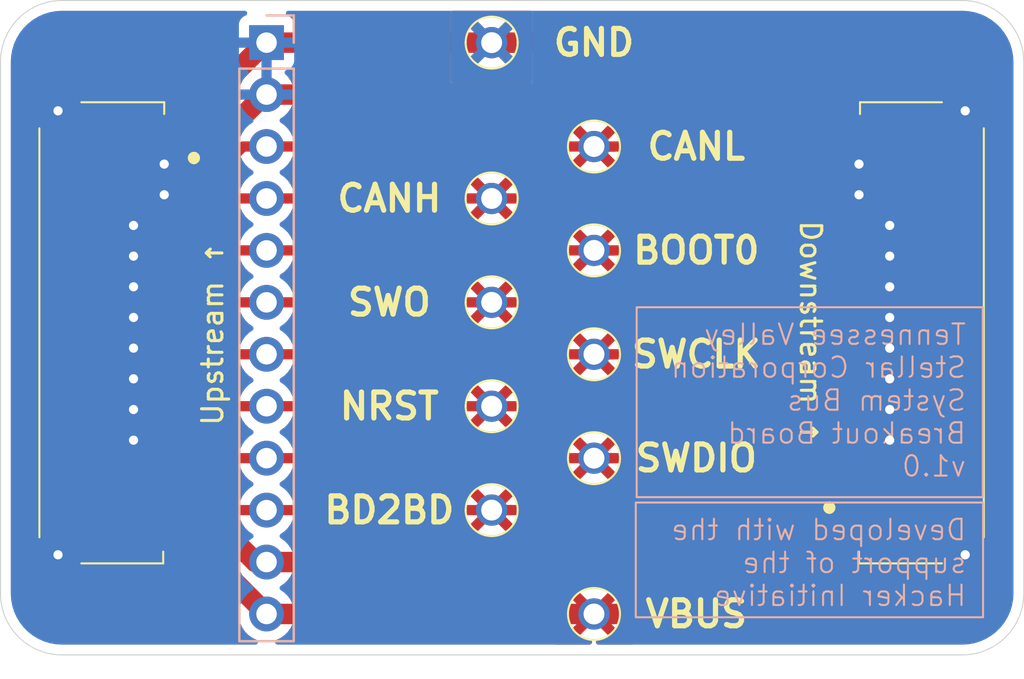
<source format=kicad_pcb>
(kicad_pcb (version 20240108) (generator "pcbnew") (generator_version "8.0")
  (layers (0 "F.Cu" signal) (31 "B.Cu" signal) (34 "B.Paste" user) (35 "F.Paste" user) (36 "B.SilkS" user "B.Silkscreen") (37 "F.SilkS" user "F.Silkscreen") (38 "B.Mask" user) (39 "F.Mask" user) (44 "Edge.Cuts" user))
  (property "PCB_VERSION" "1.0")
  (net 0 "")
  (net 1 "/SWCLK")
  (net 2 "/BOOT0")
  (net 3 "/CANH_UPSTREAM")
  (net 4 "/NRST")
  (net 5 "/CANL_UPSTREAM")
  (net 6 "VBUS")
  (net 7 "GND")
  (net 8 "/SWO")
  (net 9 "/SWDIO")
  (net 10 "/BD2BD")
  (footprint "footprints:Keystone_5000" (layer "F.Cu") (at 148.825 89.62)
    (property "Reference" "TP3" (hide yes))
    (property "Value" "CANL" (at 5 0 0) (layer "F.SilkS") (effects (font (size 1.27 1.27) (thickness 0.254))))
    (fp_line (start -1.27 0) (end -1.27 0) (stroke (width 0.1)) (layer "F.SilkS"))
    (fp_line (start 1.27 0) (end 1.27 0) (stroke (width 0.1)) (layer "F.SilkS"))
    (fp_arc (start -1.27 0) (mid 0 -1.27) (end 1.27 0) (stroke (width 0.1)) (layer "F.SilkS"))
    (fp_arc (start 1.27 0) (mid 0 1.27) (end -1.27 0) (stroke (width 0.1)) (layer "F.SilkS"))
    (pad "1" thru_hole circle (at 0 0) (size 1.53 1.53) (drill 1.02) (layers "*.Cu" "*.Mask" "In1.Cu" "In2.Cu" "In3.Cu" "In4.Cu" "In5.Cu" "In6.Cu" "In7.Cu" "In8.Cu" "In9.Cu" "In10.Cu" "In11.Cu" "In12.Cu" "In13.Cu" "In14.Cu" "In15.Cu" "In16.Cu" "In17.Cu" "In18.Cu" "In19.Cu" "In20.Cu" "In21.Cu" "In22.Cu" "In23.Cu" "In24.Cu" "In25.Cu" "In26.Cu" "In27.Cu" "In28.Cu" "In29.Cu" "In30.Cu") (net 5 "/CANL_UPSTREAM"))
  )
  (footprint "footprints:Keystone_5000" (layer "F.Cu") (at 143.825 107.4)
    (property "Reference" "TP10" (hide yes))
    (property "Value" "BD2BD" (at -5 0 0) (layer "F.SilkS") (effects (font (size 1.27 1.27) (thickness 0.254))))
    (fp_line (start -1.27 0) (end -1.27 0) (stroke (width 0.1)) (layer "F.SilkS"))
    (fp_line (start 1.27 0) (end 1.27 0) (stroke (width 0.1)) (layer "F.SilkS"))
    (fp_arc (start -1.27 0) (mid 0 -1.27) (end 1.27 0) (stroke (width 0.1)) (layer "F.SilkS"))
    (fp_arc (start 1.27 0) (mid 0 1.27) (end -1.27 0) (stroke (width 0.1)) (layer "F.SilkS"))
    (pad "1" thru_hole circle (at 0 0) (size 1.53 1.53) (drill 1.02) (layers "*.Cu" "*.Mask" "In1.Cu" "In2.Cu" "In3.Cu" "In4.Cu" "In5.Cu" "In6.Cu" "In7.Cu" "In8.Cu" "In9.Cu" "In10.Cu" "In11.Cu" "In12.Cu" "In13.Cu" "In14.Cu" "In15.Cu" "In16.Cu" "In17.Cu" "In18.Cu" "In19.Cu" "In20.Cu" "In21.Cu" "In22.Cu" "In23.Cu" "In24.Cu" "In25.Cu" "In26.Cu" "In27.Cu" "In28.Cu" "In29.Cu" "In30.Cu") (net 10 "/BD2BD"))
  )
  (footprint "footprints:Keystone_5000" (layer "F.Cu") (at 148.825 104.86)
    (property "Reference" "TP9" (hide yes))
    (property "Value" "SWDIO" (at 5 0 0) (layer "F.SilkS") (effects (font (size 1.27 1.27) (thickness 0.254))))
    (fp_line (start -1.27 0) (end -1.27 0) (stroke (width 0.1)) (layer "F.SilkS"))
    (fp_line (start 1.27 0) (end 1.27 0) (stroke (width 0.1)) (layer "F.SilkS"))
    (fp_arc (start -1.27 0) (mid 0 -1.27) (end 1.27 0) (stroke (width 0.1)) (layer "F.SilkS"))
    (fp_arc (start 1.27 0) (mid 0 1.27) (end -1.27 0) (stroke (width 0.1)) (layer "F.SilkS"))
    (pad "1" thru_hole circle (at 0 0) (size 1.53 1.53) (drill 1.02) (layers "*.Cu" "*.Mask" "In1.Cu" "In2.Cu" "In3.Cu" "In4.Cu" "In5.Cu" "In6.Cu" "In7.Cu" "In8.Cu" "In9.Cu" "In10.Cu" "In11.Cu" "In12.Cu" "In13.Cu" "In14.Cu" "In15.Cu" "In16.Cu" "In17.Cu" "In18.Cu" "In19.Cu" "In20.Cu" "In21.Cu" "In22.Cu" "In23.Cu" "In24.Cu" "In25.Cu" "In26.Cu" "In27.Cu" "In28.Cu" "In29.Cu" "In30.Cu") (net 9 "/SWDIO"))
  )
  (footprint "footprints:Keystone_5000" (layer "F.Cu") (at 148.825 99.78)
    (property "Reference" "TP7" (hide yes))
    (property "Value" "SWCLK" (at 5 0 0) (layer "F.SilkS") (effects (font (size 1.27 1.27) (thickness 0.254))))
    (fp_line (start -1.27 0) (end -1.27 0) (stroke (width 0.1)) (layer "F.SilkS"))
    (fp_line (start 1.27 0) (end 1.27 0) (stroke (width 0.1)) (layer "F.SilkS"))
    (fp_arc (start -1.27 0) (mid 0 -1.27) (end 1.27 0) (stroke (width 0.1)) (layer "F.SilkS"))
    (fp_arc (start 1.27 0) (mid 0 1.27) (end -1.27 0) (stroke (width 0.1)) (layer "F.SilkS"))
    (pad "1" thru_hole circle (at 0 0) (size 1.53 1.53) (drill 1.02) (layers "*.Cu" "*.Mask" "In1.Cu" "In2.Cu" "In3.Cu" "In4.Cu" "In5.Cu" "In6.Cu" "In7.Cu" "In8.Cu" "In9.Cu" "In10.Cu" "In11.Cu" "In12.Cu" "In13.Cu" "In14.Cu" "In15.Cu" "In16.Cu" "In17.Cu" "In18.Cu" "In19.Cu" "In20.Cu" "In21.Cu" "In22.Cu" "In23.Cu" "In24.Cu" "In25.Cu" "In26.Cu" "In27.Cu" "In28.Cu" "In29.Cu" "In30.Cu") (net 1 "/SWCLK"))
  )
  (footprint "footprints:Keystone_5000" (layer "F.Cu") (at 148.825 94.7)
    (property "Reference" "TP5" (hide yes))
    (property "Value" "BOOT0" (at 5 0 0) (layer "F.SilkS") (effects (font (size 1.27 1.27) (thickness 0.254))))
    (fp_line (start -1.27 0) (end -1.27 0) (stroke (width 0.1)) (layer "F.SilkS"))
    (fp_line (start 1.27 0) (end 1.27 0) (stroke (width 0.1)) (layer "F.SilkS"))
    (fp_arc (start -1.27 0) (mid 0 -1.27) (end 1.27 0) (stroke (width 0.1)) (layer "F.SilkS"))
    (fp_arc (start 1.27 0) (mid 0 1.27) (end -1.27 0) (stroke (width 0.1)) (layer "F.SilkS"))
    (pad "1" thru_hole circle (at 0 0) (size 1.53 1.53) (drill 1.02) (layers "*.Cu" "*.Mask" "In1.Cu" "In2.Cu" "In3.Cu" "In4.Cu" "In5.Cu" "In6.Cu" "In7.Cu" "In8.Cu" "In9.Cu" "In10.Cu" "In11.Cu" "In12.Cu" "In13.Cu" "In14.Cu" "In15.Cu" "In16.Cu" "In17.Cu" "In18.Cu" "In19.Cu" "In20.Cu" "In21.Cu" "In22.Cu" "In23.Cu" "In24.Cu" "In25.Cu" "In26.Cu" "In27.Cu" "In28.Cu" "In29.Cu" "In30.Cu") (net 2 "/BOOT0"))
  )
  (footprint "footprints:Keystone_5000" (layer "F.Cu") (at 143.825 84.54)
    (property "Reference" "TP1" (hide yes))
    (property "Value" "GND" (at 5 0 0) (layer "F.SilkS") (effects (font (size 1.27 1.27) (thickness 0.254))))
    (fp_line (start -1.27 0) (end -1.27 0) (stroke (width 0.1)) (layer "F.SilkS"))
    (fp_line (start 1.27 0) (end 1.27 0) (stroke (width 0.1)) (layer "F.SilkS"))
    (fp_arc (start -1.27 0) (mid 0 -1.27) (end 1.27 0) (stroke (width 0.1)) (layer "F.SilkS"))
    (fp_arc (start 1.27 0) (mid 0 1.27) (end -1.27 0) (stroke (width 0.1)) (layer "F.SilkS"))
    (pad "1" thru_hole circle (at 0 0) (size 1.53 1.53) (drill 1.02) (layers "*.Cu" "*.Mask" "In1.Cu" "In2.Cu" "In3.Cu" "In4.Cu" "In5.Cu" "In6.Cu" "In7.Cu" "In8.Cu" "In9.Cu" "In10.Cu" "In11.Cu" "In12.Cu" "In13.Cu" "In14.Cu" "In15.Cu" "In16.Cu" "In17.Cu" "In18.Cu" "In19.Cu" "In20.Cu" "In21.Cu" "In22.Cu" "In23.Cu" "In24.Cu" "In25.Cu" "In26.Cu" "In27.Cu" "In28.Cu" "In29.Cu" "In30.Cu") (net 7 "GND"))
  )
  (footprint "footprints:Bus Connector (Control)" (layer "F.Cu") (at 164.825 98.73 -90)
    (property "Reference" "J2" (hide yes))
    (property "Value" "Molex_504050-1291" (hide yes))
    (fp_line (start 8.5 4.5) (end 8.5 4.5) (stroke (width 0.5)) (layer "F.SilkS"))
    (fp_line (start 8.6 4.5) (end 8.6 4.5) (stroke (width 0.5)) (layer "F.SilkS"))
    (fp_line (start 11.275 3.05) (end 10.7 3.05) (stroke (width 0.1)) (layer "F.SilkS"))
    (fp_line (start -11.275 3) (end -10.7 3) (stroke (width 0.1)) (layer "F.SilkS"))
    (fp_line (start -11.275 -1) (end -11.275 3) (stroke (width 0.1)) (layer "F.SilkS"))
    (fp_line (start 11.275 -1) (end 11.275 3.05) (stroke (width 0.1)) (layer "F.SilkS"))
    (fp_line (start -10 -3.05) (end 10 -3.05) (stroke (width 0.1)) (layer "F.SilkS"))
    (fp_arc (start 8.5 4.5) (mid 8.55 4.45) (end 8.6 4.5) (stroke (width 0.5)) (layer "F.SilkS"))
    (fp_arc (start 8.6 4.5) (mid 8.55 4.55) (end 8.5 4.5) (stroke (width 0.5)) (layer "F.SilkS"))
    (fp_text user "Downstream ↑" (at 0 6 -90) (layer "F.SilkS") (effects (justify bottom)))
    (pad "1" smd rect (at 8.25 3.05 270) (size 0.6 1) (layers "F.Cu" "F.Paste" "F.Mask") (net 6 "VBUS"))
    (pad "2" smd rect (at 6.75 3.05 270) (size 0.6 1) (layers "F.Cu" "F.Paste" "F.Mask") (net 6 "VBUS"))
    (pad "3" smd rect (at 5.25 3.05 270) (size 0.6 1) (layers "F.Cu" "F.Paste" "F.Mask") (net 10 "/BD2BD"))
    (pad "4" smd rect (at 3.75 3.05 270) (size 0.6 1) (layers "F.Cu" "F.Paste" "F.Mask") (net 9 "/SWDIO"))
    (pad "5" smd rect (at 2.25 3.05 270) (size 0.6 1) (layers "F.Cu" "F.Paste" "F.Mask") (net 4 "/NRST"))
    (pad "6" smd rect (at 0.75 3.05 270) (size 0.6 1) (layers "F.Cu" "F.Paste" "F.Mask") (net 1 "/SWCLK"))
    (pad "7" smd rect (at -0.75 3.05 270) (size 0.6 1) (layers "F.Cu" "F.Paste" "F.Mask") (net 8 "/SWO"))
    (pad "8" smd rect (at -2.25 3.05 270) (size 0.6 1) (layers "F.Cu" "F.Paste" "F.Mask") (net 2 "/BOOT0"))
    (pad "9" smd rect (at -3.75 3.05 270) (size 0.6 1) (layers "F.Cu" "F.Paste" "F.Mask") (net 3 "/CANH_UPSTREAM"))
    (pad "10" smd rect (at -5.25 3.05 270) (size 0.6 1) (layers "F.Cu" "F.Paste" "F.Mask") (net 5 "/CANL_UPSTREAM"))
    (pad "11" smd rect (at -6.75 3.05 270) (size 0.6 1) (layers "F.Cu" "F.Paste" "F.Mask") (net 7 "GND"))
    (pad "12" smd rect (at -8.25 3.05 270) (size 0.6 1) (layers "F.Cu" "F.Paste" "F.Mask") (net 7 "GND"))
    (pad "MP1" smd rect (at -10.855 -2.14 270) (size 1.25 1.8) (layers "F.Cu" "F.Paste" "F.Mask") (net 7 "GND"))
    (pad "MP2" smd rect (at 10.855 -2.14 270) (size 1.25 1.8) (layers "F.Cu" "F.Paste" "F.Mask") (net 7 "GND"))
  )
  (footprint "footprints:Keystone_5000" (layer "F.Cu") (at 143.825 102.32)
    (property "Reference" "TP8" (hide yes))
    (property "Value" "NRST" (at -5 0 0) (layer "F.SilkS") (effects (font (size 1.27 1.27) (thickness 0.254))))
    (fp_line (start -1.27 0) (end -1.27 0) (stroke (width 0.1)) (layer "F.SilkS"))
    (fp_line (start 1.27 0) (end 1.27 0) (stroke (width 0.1)) (layer "F.SilkS"))
    (fp_arc (start -1.27 0) (mid 0 -1.27) (end 1.27 0) (stroke (width 0.1)) (layer "F.SilkS"))
    (fp_arc (start 1.27 0) (mid 0 1.27) (end -1.27 0) (stroke (width 0.1)) (layer "F.SilkS"))
    (pad "1" thru_hole circle (at 0 0) (size 1.53 1.53) (drill 1.02) (layers "*.Cu" "*.Mask" "In1.Cu" "In2.Cu" "In3.Cu" "In4.Cu" "In5.Cu" "In6.Cu" "In7.Cu" "In8.Cu" "In9.Cu" "In10.Cu" "In11.Cu" "In12.Cu" "In13.Cu" "In14.Cu" "In15.Cu" "In16.Cu" "In17.Cu" "In18.Cu" "In19.Cu" "In20.Cu" "In21.Cu" "In22.Cu" "In23.Cu" "In24.Cu" "In25.Cu" "In26.Cu" "In27.Cu" "In28.Cu" "In29.Cu" "In30.Cu") (net 4 "/NRST"))
  )
  (footprint "footprints:Bus Connector (Target)" (layer "F.Cu") (at 124.775 98.73 90)
    (property "Reference" "J1" (hide yes))
    (property "Value" "Molex_504050-1291" (hide yes))
    (fp_line (start -10 -3.05) (end 10 -3.05) (stroke (width 0.1)) (layer "F.SilkS"))
    (fp_line (start 11.275 -1) (end 11.275 3.05) (stroke (width 0.1)) (layer "F.SilkS"))
    (fp_line (start -11.275 -1) (end -11.275 3) (stroke (width 0.1)) (layer "F.SilkS"))
    (fp_line (start -11.275 3) (end -10.7 3) (stroke (width 0.1)) (layer "F.SilkS"))
    (fp_line (start 11.275 3.05) (end 10.7 3.05) (stroke (width 0.1)) (layer "F.SilkS"))
    (fp_line (start 8.6 4.5) (end 8.6 4.5) (stroke (width 0.5)) (layer "F.SilkS"))
    (fp_line (start 8.5 4.5) (end 8.5 4.5) (stroke (width 0.5)) (layer "F.SilkS"))
    (fp_arc (start 8.6 4.5) (mid 8.55 4.55) (end 8.5 4.5) (stroke (width 0.5)) (layer "F.SilkS"))
    (fp_arc (start 8.5 4.5) (mid 8.55 4.45) (end 8.6 4.5) (stroke (width 0.5)) (layer "F.SilkS"))
    (fp_text user "Upstream ↑" (at 0 6 90) (layer "F.SilkS") (effects (justify bottom)))
    (pad "1" smd rect (at 8.25 3.05 90) (size 0.6 1) (layers "F.Cu" "F.Paste" "F.Mask") (net 7 "GND"))
    (pad "2" smd rect (at 6.75 3.05 90) (size 0.6 1) (layers "F.Cu" "F.Paste" "F.Mask") (net 7 "GND"))
    (pad "3" smd rect (at 5.25 3.05 90) (size 0.6 1) (layers "F.Cu" "F.Paste" "F.Mask") (net 5 "/CANL_UPSTREAM"))
    (pad "4" smd rect (at 3.75 3.05 90) (size 0.6 1) (layers "F.Cu" "F.Paste" "F.Mask") (net 3 "/CANH_UPSTREAM"))
    (pad "5" smd rect (at 2.25 3.05 90) (size 0.6 1) (layers "F.Cu" "F.Paste" "F.Mask") (net 2 "/BOOT0"))
    (pad "6" smd rect (at 0.75 3.05 90) (size 0.6 1) (layers "F.Cu" "F.Paste" "F.Mask") (net 8 "/SWO"))
    (pad "7" smd rect (at -0.75 3.05 90) (size 0.6 1) (layers "F.Cu" "F.Paste" "F.Mask") (net 1 "/SWCLK"))
    (pad "8" smd rect (at -2.25 3.05 90) (size 0.6 1) (layers "F.Cu" "F.Paste" "F.Mask") (net 4 "/NRST"))
    (pad "9" smd rect (at -3.75 3.05 90) (size 0.6 1) (layers "F.Cu" "F.Paste" "F.Mask") (net 9 "/SWDIO"))
    (pad "10" smd rect (at -5.25 3.05 90) (size 0.6 1) (layers "F.Cu" "F.Paste" "F.Mask") (net 10 "/BD2BD"))
    (pad "11" smd rect (at -6.75 3.05 90) (size 0.6 1) (layers "F.Cu" "F.Paste" "F.Mask") (net 6 "VBUS"))
    (pad "12" smd rect (at -8.25 3.05 90) (size 0.6 1) (layers "F.Cu" "F.Paste" "F.Mask") (net 6 "VBUS"))
    (pad "MP1" smd rect (at -10.855 -2.14 90) (size 1.25 1.8) (layers "F.Cu" "F.Paste" "F.Mask") (net 7 "GND"))
    (pad "MP2" smd rect (at 10.855 -2.14 90) (size 1.25 1.8) (layers "F.Cu" "F.Paste" "F.Mask") (net 7 "GND"))
  )
  (footprint "footprints:Keystone_5000" (layer "F.Cu") (at 143.825 97.24)
    (property "Reference" "TP6" (hide yes))
    (property "Value" "SWO" (at -5 0 0) (layer "F.SilkS") (effects (font (size 1.27 1.27) (thickness 0.254))))
    (fp_line (start -1.27 0) (end -1.27 0) (stroke (width 0.1)) (layer "F.SilkS"))
    (fp_line (start 1.27 0) (end 1.27 0) (stroke (width 0.1)) (layer "F.SilkS"))
    (fp_arc (start -1.27 0) (mid 0 -1.27) (end 1.27 0) (stroke (width 0.1)) (layer "F.SilkS"))
    (fp_arc (start 1.27 0) (mid 0 1.27) (end -1.27 0) (stroke (width 0.1)) (layer "F.SilkS"))
    (pad "1" thru_hole circle (at 0 0) (size 1.53 1.53) (drill 1.02) (layers "*.Cu" "*.Mask" "In1.Cu" "In2.Cu" "In3.Cu" "In4.Cu" "In5.Cu" "In6.Cu" "In7.Cu" "In8.Cu" "In9.Cu" "In10.Cu" "In11.Cu" "In12.Cu" "In13.Cu" "In14.Cu" "In15.Cu" "In16.Cu" "In17.Cu" "In18.Cu" "In19.Cu" "In20.Cu" "In21.Cu" "In22.Cu" "In23.Cu" "In24.Cu" "In25.Cu" "In26.Cu" "In27.Cu" "In28.Cu" "In29.Cu" "In30.Cu") (net 8 "/SWO"))
  )
  (footprint "footprints:Keystone_5000" (layer "F.Cu") (at 148.825 112.48)
    (property "Reference" "TP12" (hide yes))
    (property "Value" "VBUS" (at 5 0 0) (layer "F.SilkS") (effects (font (size 1.27 1.27) (thickness 0.254))))
    (fp_line (start -1.27 0) (end -1.27 0) (stroke (width 0.1)) (layer "F.SilkS"))
    (fp_line (start 1.27 0) (end 1.27 0) (stroke (width 0.1)) (layer "F.SilkS"))
    (fp_arc (start -1.27 0) (mid 0 -1.27) (end 1.27 0) (stroke (width 0.1)) (layer "F.SilkS"))
    (fp_arc (start 1.27 0) (mid 0 1.27) (end -1.27 0) (stroke (width 0.1)) (layer "F.SilkS"))
    (pad "1" thru_hole circle (at 0 0) (size 1.53 1.53) (drill 1.02) (layers "*.Cu" "*.Mask" "In1.Cu" "In2.Cu" "In3.Cu" "In4.Cu" "In5.Cu" "In6.Cu" "In7.Cu" "In8.Cu" "In9.Cu" "In10.Cu" "In11.Cu" "In12.Cu" "In13.Cu" "In14.Cu" "In15.Cu" "In16.Cu" "In17.Cu" "In18.Cu" "In19.Cu" "In20.Cu" "In21.Cu" "In22.Cu" "In23.Cu" "In24.Cu" "In25.Cu" "In26.Cu" "In27.Cu" "In28.Cu" "In29.Cu" "In30.Cu") (net 6 "VBUS"))
  )
  (footprint "footprints:Keystone_5000" (layer "F.Cu") (at 143.825 92.16)
    (property "Reference" "TP4" (hide yes))
    (property "Value" "CANH" (at -5 0 0) (layer "F.SilkS") (effects (font (size 1.27 1.27) (thickness 0.254))))
    (fp_line (start -1.27 0) (end -1.27 0) (stroke (width 0.1)) (layer "F.SilkS"))
    (fp_line (start 1.27 0) (end 1.27 0) (stroke (width 0.1)) (layer "F.SilkS"))
    (fp_arc (start -1.27 0) (mid 0 -1.27) (end 1.27 0) (stroke (width 0.1)) (layer "F.SilkS"))
    (fp_arc (start 1.27 0) (mid 0 1.27) (end -1.27 0) (stroke (width 0.1)) (layer "F.SilkS"))
    (pad "1" thru_hole circle (at 0 0) (size 1.53 1.53) (drill 1.02) (layers "*.Cu" "*.Mask" "In1.Cu" "In2.Cu" "In3.Cu" "In4.Cu" "In5.Cu" "In6.Cu" "In7.Cu" "In8.Cu" "In9.Cu" "In10.Cu" "In11.Cu" "In12.Cu" "In13.Cu" "In14.Cu" "In15.Cu" "In16.Cu" "In17.Cu" "In18.Cu" "In19.Cu" "In20.Cu" "In21.Cu" "In22.Cu" "In23.Cu" "In24.Cu" "In25.Cu" "In26.Cu" "In27.Cu" "In28.Cu" "In29.Cu" "In30.Cu") (net 3 "/CANH_UPSTREAM"))
  )
  (footprint "Connector_PinHeader_2.54mm:PinHeader_1x12_P2.54mm_Vertical" (layer "B.Cu") (at 132.825 84.54 180)
    (property "Reference" "J3" (hide yes))
    (property "Value" "Conn_01x12")
    (fp_line (start 1.33 -1.27) (end -1.33 -1.27) (stroke (width 0.12)) (layer "B.SilkS"))
    (fp_line (start 1.33 -29.27) (end 1.33 -1.27) (stroke (width 0.12)) (layer "B.SilkS"))
    (fp_line (start 1.33 -29.27) (end -1.33 -29.27) (stroke (width 0.12)) (layer "B.SilkS"))
    (fp_line (start 0 1.33) (end -1.33 1.33) (stroke (width 0.12)) (layer "B.SilkS"))
    (fp_line (start -1.33 1.33) (end -1.33 0) (stroke (width 0.12)) (layer "B.SilkS"))
    (fp_line (start -1.33 -29.27) (end -1.33 -1.27) (stroke (width 0.12)) (layer "B.SilkS"))
    (pad "1" thru_hole rect (at 0 0 180) (size 1.7 1.7) (drill 1) (layers "*.Cu" "*.Mask" "In1.Cu" "In2.Cu" "In3.Cu" "In4.Cu" "In5.Cu" "In6.Cu" "In7.Cu" "In8.Cu" "In9.Cu" "In10.Cu" "In11.Cu" "In12.Cu" "In13.Cu" "In14.Cu" "In15.Cu" "In16.Cu" "In17.Cu" "In18.Cu" "In19.Cu" "In20.Cu" "In21.Cu" "In22.Cu" "In23.Cu" "In24.Cu" "In25.Cu" "In26.Cu" "In27.Cu" "In28.Cu" "In29.Cu" "In30.Cu") (net 7 "GND"))
    (pad "2" thru_hole oval (at 0 -2.54 180) (size 1.7 1.7) (drill 1) (layers "*.Cu" "*.Mask" "In1.Cu" "In2.Cu" "In3.Cu" "In4.Cu" "In5.Cu" "In6.Cu" "In7.Cu" "In8.Cu" "In9.Cu" "In10.Cu" "In11.Cu" "In12.Cu" "In13.Cu" "In14.Cu" "In15.Cu" "In16.Cu" "In17.Cu" "In18.Cu" "In19.Cu" "In20.Cu" "In21.Cu" "In22.Cu" "In23.Cu" "In24.Cu" "In25.Cu" "In26.Cu" "In27.Cu" "In28.Cu" "In29.Cu" "In30.Cu") (net 7 "GND"))
    (pad "3" thru_hole oval (at 0 -5.08 180) (size 1.7 1.7) (drill 1) (layers "*.Cu" "*.Mask" "In1.Cu" "In2.Cu" "In3.Cu" "In4.Cu" "In5.Cu" "In6.Cu" "In7.Cu" "In8.Cu" "In9.Cu" "In10.Cu" "In11.Cu" "In12.Cu" "In13.Cu" "In14.Cu" "In15.Cu" "In16.Cu" "In17.Cu" "In18.Cu" "In19.Cu" "In20.Cu" "In21.Cu" "In22.Cu" "In23.Cu" "In24.Cu" "In25.Cu" "In26.Cu" "In27.Cu" "In28.Cu" "In29.Cu" "In30.Cu") (net 5 "/CANL_UPSTREAM"))
    (pad "4" thru_hole oval (at 0 -7.62 180) (size 1.7 1.7) (drill 1) (layers "*.Cu" "*.Mask" "In1.Cu" "In2.Cu" "In3.Cu" "In4.Cu" "In5.Cu" "In6.Cu" "In7.Cu" "In8.Cu" "In9.Cu" "In10.Cu" "In11.Cu" "In12.Cu" "In13.Cu" "In14.Cu" "In15.Cu" "In16.Cu" "In17.Cu" "In18.Cu" "In19.Cu" "In20.Cu" "In21.Cu" "In22.Cu" "In23.Cu" "In24.Cu" "In25.Cu" "In26.Cu" "In27.Cu" "In28.Cu" "In29.Cu" "In30.Cu") (net 3 "/CANH_UPSTREAM"))
    (pad "5" thru_hole oval (at 0 -10.16 180) (size 1.7 1.7) (drill 1) (layers "*.Cu" "*.Mask" "In1.Cu" "In2.Cu" "In3.Cu" "In4.Cu" "In5.Cu" "In6.Cu" "In7.Cu" "In8.Cu" "In9.Cu" "In10.Cu" "In11.Cu" "In12.Cu" "In13.Cu" "In14.Cu" "In15.Cu" "In16.Cu" "In17.Cu" "In18.Cu" "In19.Cu" "In20.Cu" "In21.Cu" "In22.Cu" "In23.Cu" "In24.Cu" "In25.Cu" "In26.Cu" "In27.Cu" "In28.Cu" "In29.Cu" "In30.Cu") (net 2 "/BOOT0"))
    (pad "6" thru_hole oval (at 0 -12.7 180) (size 1.7 1.7) (drill 1) (layers "*.Cu" "*.Mask" "In1.Cu" "In2.Cu" "In3.Cu" "In4.Cu" "In5.Cu" "In6.Cu" "In7.Cu" "In8.Cu" "In9.Cu" "In10.Cu" "In11.Cu" "In12.Cu" "In13.Cu" "In14.Cu" "In15.Cu" "In16.Cu" "In17.Cu" "In18.Cu" "In19.Cu" "In20.Cu" "In21.Cu" "In22.Cu" "In23.Cu" "In24.Cu" "In25.Cu" "In26.Cu" "In27.Cu" "In28.Cu" "In29.Cu" "In30.Cu") (net 8 "/SWO"))
    (pad "7" thru_hole oval (at 0 -15.24 180) (size 1.7 1.7) (drill 1) (layers "*.Cu" "*.Mask" "In1.Cu" "In2.Cu" "In3.Cu" "In4.Cu" "In5.Cu" "In6.Cu" "In7.Cu" "In8.Cu" "In9.Cu" "In10.Cu" "In11.Cu" "In12.Cu" "In13.Cu" "In14.Cu" "In15.Cu" "In16.Cu" "In17.Cu" "In18.Cu" "In19.Cu" "In20.Cu" "In21.Cu" "In22.Cu" "In23.Cu" "In24.Cu" "In25.Cu" "In26.Cu" "In27.Cu" "In28.Cu" "In29.Cu" "In30.Cu") (net 1 "/SWCLK"))
    (pad "8" thru_hole oval (at 0 -17.78 180) (size 1.7 1.7) (drill 1) (layers "*.Cu" "*.Mask" "In1.Cu" "In2.Cu" "In3.Cu" "In4.Cu" "In5.Cu" "In6.Cu" "In7.Cu" "In8.Cu" "In9.Cu" "In10.Cu" "In11.Cu" "In12.Cu" "In13.Cu" "In14.Cu" "In15.Cu" "In16.Cu" "In17.Cu" "In18.Cu" "In19.Cu" "In20.Cu" "In21.Cu" "In22.Cu" "In23.Cu" "In24.Cu" "In25.Cu" "In26.Cu" "In27.Cu" "In28.Cu" "In29.Cu" "In30.Cu") (net 4 "/NRST"))
    (pad "9" thru_hole oval (at 0 -20.32 180) (size 1.7 1.7) (drill 1) (layers "*.Cu" "*.Mask" "In1.Cu" "In2.Cu" "In3.Cu" "In4.Cu" "In5.Cu" "In6.Cu" "In7.Cu" "In8.Cu" "In9.Cu" "In10.Cu" "In11.Cu" "In12.Cu" "In13.Cu" "In14.Cu" "In15.Cu" "In16.Cu" "In17.Cu" "In18.Cu" "In19.Cu" "In20.Cu" "In21.Cu" "In22.Cu" "In23.Cu" "In24.Cu" "In25.Cu" "In26.Cu" "In27.Cu" "In28.Cu" "In29.Cu" "In30.Cu") (net 9 "/SWDIO"))
    (pad "10" thru_hole oval (at 0 -22.86 180) (size 1.7 1.7) (drill 1) (layers "*.Cu" "*.Mask" "In1.Cu" "In2.Cu" "In3.Cu" "In4.Cu" "In5.Cu" "In6.Cu" "In7.Cu" "In8.Cu" "In9.Cu" "In10.Cu" "In11.Cu" "In12.Cu" "In13.Cu" "In14.Cu" "In15.Cu" "In16.Cu" "In17.Cu" "In18.Cu" "In19.Cu" "In20.Cu" "In21.Cu" "In22.Cu" "In23.Cu" "In24.Cu" "In25.Cu" "In26.Cu" "In27.Cu" "In28.Cu" "In29.Cu" "In30.Cu") (net 10 "/BD2BD"))
    (pad "11" thru_hole oval (at 0 -25.4 180) (size 1.7 1.7) (drill 1) (layers "*.Cu" "*.Mask" "In1.Cu" "In2.Cu" "In3.Cu" "In4.Cu" "In5.Cu" "In6.Cu" "In7.Cu" "In8.Cu" "In9.Cu" "In10.Cu" "In11.Cu" "In12.Cu" "In13.Cu" "In14.Cu" "In15.Cu" "In16.Cu" "In17.Cu" "In18.Cu" "In19.Cu" "In20.Cu" "In21.Cu" "In22.Cu" "In23.Cu" "In24.Cu" "In25.Cu" "In26.Cu" "In27.Cu" "In28.Cu" "In29.Cu" "In30.Cu") (net 6 "VBUS"))
    (pad "12" thru_hole oval (at 0 -27.94 180) (size 1.7 1.7) (drill 1) (layers "*.Cu" "*.Mask" "In1.Cu" "In2.Cu" "In3.Cu" "In4.Cu" "In5.Cu" "In6.Cu" "In7.Cu" "In8.Cu" "In9.Cu" "In10.Cu" "In11.Cu" "In12.Cu" "In13.Cu" "In14.Cu" "In15.Cu" "In16.Cu" "In17.Cu" "In18.Cu" "In19.Cu" "In20.Cu" "In21.Cu" "In22.Cu" "In23.Cu" "In24.Cu" "In25.Cu" "In26.Cu" "In27.Cu" "In28.Cu" "In29.Cu" "In30.Cu") (net 6 "VBUS"))
  )
  (gr_arc (start 166.825 82.48) (mid 168.94632 83.35868) (end 169.825 85.48) (stroke (width 0.05)) (layer "Edge.Cuts"))
  (gr_arc (start 169.825 111.48) (mid 168.94632 113.60132) (end 166.825 114.48) (stroke (width 0.05)) (layer "Edge.Cuts"))
  (gr_line (start 166.825 114.48) (end 122.825 114.48) (stroke (width 0.05)) (layer "Edge.Cuts"))
  (gr_arc (start 122.825 114.48) (mid 120.70368 113.60132) (end 119.825 111.48) (stroke (width 0.05)) (layer "Edge.Cuts"))
  (gr_line (start 169.825 85.48) (end 169.825 111.48) (stroke (width 0.05)) (layer "Edge.Cuts"))
  (gr_line (start 122.825 82.48) (end 166.825 82.48) (stroke (width 0.05)) (layer "Edge.Cuts"))
  (gr_arc (start 119.825 85.48) (mid 120.70368 83.35868) (end 122.825 82.48) (stroke (width 0.05)) (layer "Edge.Cuts"))
  (gr_line (start 119.825 111.48) (end 119.825 85.48) (stroke (width 0.05)) (layer "Edge.Cuts"))
  (gr_text_box "Developed with the support of the Hacker Initiative" (start 150.868225 107.03) (end 167.836975 112.639374) (layer "B.SilkS") (effects (font (size 1 1) (thickness 0.1)) (justify left top mirror)) (border yes) (stroke (width 0.1)))
  (gr_text_box "Tennessee Valley Stellar Corporation\nSystem Bus Breakout Board v${PCB_VERSION}" (start 150.911975 97.48) (end 167.825 106.766975) (layer "B.SilkS") (effects (font (size 1 1) (thickness 0.1)) (justify left top mirror)) (border yes) (stroke (width 0.1)))
  (segment (start 161.775 99.48) (end 161.475 99.78) (width 0.5) (layer "F.Cu") (net 1))
  (segment (start 127.825 99.48) (end 128.125 99.78) (width 0.5) (layer "F.Cu") (net 1))
  (segment (start 132.825 99.78) (end 149.825 99.78) (width 0.5) (layer "F.Cu") (net 1))
  (segment (start 128.125 99.78) (end 132.825 99.78) (width 0.5) (layer "F.Cu") (net 1))
  (segment (start 161.475 99.78) (end 148.825 99.78) (width 0.5) (layer "F.Cu") (net 1))
  (segment (start 161.775 96.48) (end 159.995 94.7) (width 0.5) (layer "F.Cu") (net 2))
  (segment (start 129.705 94.7) (end 134.825 94.7) (width 0.5) (layer "F.Cu") (net 2))
  (segment (start 127.925 96.48) (end 129.705 94.7) (width 0.5) (layer "F.Cu") (net 2))
  (segment (start 134.825 94.7) (end 149.825 94.7) (width 0.5) (layer "F.Cu") (net 2))
  (segment (start 159.995 94.7) (end 148.825 94.7) (width 0.5) (layer "F.Cu") (net 2))
  (segment (start 127.825 96.48) (end 127.925 96.48) (width 0.2) (layer "F.Cu") (net 2))
  (segment (start 161.725 94.98) (end 158.905 92.16) (width 0.5) (layer "F.Cu") (net 3))
  (segment (start 158.905 92.16) (end 143.825 92.16) (width 0.5) (layer "F.Cu") (net 3))
  (segment (start 130.645 92.16) (end 132.825 92.16) (width 0.5) (layer "F.Cu") (net 3))
  (segment (start 127.825 94.98) (end 130.645 92.16) (width 0.5) (layer "F.Cu") (net 3))
  (segment (start 161.775 94.98) (end 161.725 94.98) (width 0.2) (layer "F.Cu") (net 3))
  (segment (start 132.825 92.16) (end 143.825 92.16) (width 0.5) (layer "F.Cu") (net 3))
  (segment (start 129.165 102.32) (end 132.825 102.32) (width 0.5) (layer "F.Cu") (net 4))
  (segment (start 143.825 102.32) (end 160.225 102.32) (width 0.5) (layer "F.Cu") (net 4))
  (segment (start 161.565 100.98) (end 161.775 100.98) (width 0.2) (layer "F.Cu") (net 4))
  (segment (start 132.825 102.32) (end 143.825 102.32) (width 0.5) (layer "F.Cu") (net 4))
  (segment (start 160.225 102.32) (end 161.565 100.98) (width 0.5) (layer "F.Cu") (net 4))
  (segment (start 127.825 100.98) (end 129.165 102.32) (width 0.5) (layer "F.Cu") (net 4))
  (segment (start 127.825 93.48) (end 131.685 89.62) (width 0.5) (layer "F.Cu") (net 5))
  (segment (start 161.775 93.43) (end 157.965 89.62) (width 0.5) (layer "F.Cu") (net 5))
  (segment (start 131.685 89.62) (end 132.825 89.62) (width 0.5) (layer "F.Cu") (net 5))
  (segment (start 132.825 89.62) (end 149.825 89.62) (width 0.5) (layer "F.Cu") (net 5))
  (segment (start 161.775 93.48) (end 161.775 93.43) (width 0.2) (layer "F.Cu") (net 5))
  (segment (start 157.965 89.62) (end 148.825 89.62) (width 0.5) (layer "F.Cu") (net 5))
  (segment (start 161.775 105.48) (end 157.315 109.94) (width 1) (layer "F.Cu") (net 6))
  (segment (start 156.525 112.48) (end 148.825 112.48) (width 1) (layer "F.Cu") (net 6))
  (segment (start 157.315 109.94) (end 132.825 109.94) (width 1) (layer "F.Cu") (net 6))
  (segment (start 132.825 112.48) (end 127.825 107.48) (width 1) (layer "F.Cu") (net 6))
  (segment (start 161.775 107.23) (end 156.525 112.48) (width 1) (layer "F.Cu") (net 6))
  (segment (start 132.285 109.94) (end 127.825 105.48) (width 1) (layer "F.Cu") (net 6))
  (segment (start 127.825 107.48) (end 127.825 106.98) (width 1) (layer "F.Cu") (net 6))
  (segment (start 148.825 112.48) (end 132.825 112.48) (width 1) (layer "F.Cu") (net 6))
  (segment (start 161.775 106.98) (end 161.775 107.23) (width 1) (layer "F.Cu") (net 6))
  (segment (start 132.825 109.94) (end 132.285 109.94) (width 1) (layer "F.Cu") (net 6))
  (segment (start 155.835 84.54) (end 143.825 84.54) (width 1) (layer "F.Cu") (net 7))
  (segment (start 144.825 84.54) (end 132.825 84.54) (width 1) (layer "F.Cu") (net 7))
  (segment (start 156.875 87.08) (end 161.775 91.98) (width 1) (layer "F.Cu") (net 7))
  (segment (start 127.825 89.48) (end 127.825 90.48) (width 1) (layer "F.Cu") (net 7))
  (segment (start 161.775 90.48) (end 155.835 84.54) (width 1) (layer "F.Cu") (net 7))
  (segment (start 132.765 84.54) (end 127.825 89.48) (width 1) (layer "F.Cu") (net 7))
  (segment (start 127.825 91.98) (end 132.725 87.08) (width 1) (layer "F.Cu") (net 7))
  (segment (start 132.725 87.08) (end 156.875 87.08) (width 1) (layer "F.Cu") (net 7))
  (segment (start 132.825 84.54) (end 132.765 84.54) (width 1) (layer "F.Cu") (net 7))
  (via (at 161.775 91.98) (size 0.75) (drill 0.45) (layers "F.Cu" "B.Cu") (net 7))
  (via (at 126.325 102.48) (size 0.75) (drill 0.45) (layers "F.Cu" "B.Cu") (net 7))
  (via (at 122.635 109.585) (size 0.75) (drill 0.45) (layers "F.Cu" "B.Cu") (net 7))
  (via (at 163.275 93.48) (size 0.75) (drill 0.45) (layers "F.Cu" "B.Cu") (net 7))
  (via (at 126.325 99.48) (size 0.75) (drill 0.45) (layers "F.Cu" "B.Cu") (net 7))
  (via (at 163.275 102.48) (size 0.75) (drill 0.45) (layers "F.Cu" "B.Cu") (net 7))
  (via (at 166.965 87.875) (size 0.75) (drill 0.45) (layers "F.Cu" "B.Cu") (net 7))
  (via (at 166.965 109.585) (size 0.75) (drill 0.45) (layers "F.Cu" "B.Cu") (net 7))
  (via (at 163.275 100.98) (size 0.75) (drill 0.45) (layers "F.Cu" "B.Cu") (net 7))
  (via (at 126.325 97.98) (size 0.75) (drill 0.45) (layers "F.Cu" "B.Cu") (net 7))
  (via (at 163.275 103.98) (size 0.75) (drill 0.45) (layers "F.Cu" "B.Cu") (net 7))
  (via (at 163.275 94.98) (size 0.75) (drill 0.45) (layers "F.Cu" "B.Cu") (net 7))
  (via (at 163.275 97.98) (size 0.75) (drill 0.45) (layers "F.Cu" "B.Cu") (net 7))
  (via (at 126.325 103.98) (size 0.75) (drill 0.45) (layers "F.Cu" "B.Cu") (net 7))
  (via (at 161.775 90.48) (size 0.75) (drill 0.45) (layers "F.Cu" "B.Cu") (net 7))
  (via (at 127.825 91.98) (size 0.75) (drill 0.45) (layers "F.Cu" "B.Cu") (net 7))
  (via (at 122.635 87.875) (size 0.75) (drill 0.45) (layers "F.Cu" "B.Cu") (net 7))
  (via (at 126.325 96.48) (size 0.75) (drill 0.45) (layers "F.Cu" "B.Cu") (net 7))
  (via (at 126.325 94.98) (size 0.75) (drill 0.45) (layers "F.Cu" "B.Cu") (net 7))
  (via (at 163.275 96.48) (size 0.75) (drill 0.45) (layers "F.Cu" "B.Cu") (net 7))
  (via (at 126.325 93.48) (size 0.75) (drill 0.45) (layers "F.Cu" "B.Cu") (net 7))
  (via (at 126.325 100.98) (size 0.75) (drill 0.45) (layers "F.Cu" "B.Cu") (net 7))
  (via (at 127.825 90.48) (size 0.75) (drill 0.45) (layers "F.Cu" "B.Cu") (net 7))
  (via (at 163.275 99.48) (size 0.75) (drill 0.45) (layers "F.Cu" "B.Cu") (net 7))
  (segment (start 127.825 97.98) (end 128.565 97.24) (width 0.5) (layer "F.Cu") (net 8))
  (segment (start 161.775 97.98) (end 161.035 97.24) (width 0.5) (layer "F.Cu") (net 8))
  (segment (start 128.565 97.24) (end 132.825 97.24) (width 0.5) (layer "F.Cu") (net 8))
  (segment (start 161.035 97.24) (end 143.825 97.24) (width 0.5) (layer "F.Cu") (net 8))
  (segment (start 132.825 97.24) (end 144.825 97.24) (width 0.5) (layer "F.Cu") (net 8))
  (segment (start 130.205 104.86) (end 127.825 102.48) (width 0.5) (layer "F.Cu") (net 9))
  (segment (start 149.825 104.86) (end 132.825 104.86) (width 0.5) (layer "F.Cu") (net 9))
  (segment (start 161.775 102.53) (end 159.445 104.86) (width 0.5) (layer "F.Cu") (net 9))
  (segment (start 161.775 102.48) (end 161.775 102.53) (width 0.2) (layer "F.Cu") (net 9))
  (segment (start 132.825 104.86) (end 130.205 104.86) (width 0.5) (layer "F.Cu") (net 9))
  (segment (start 159.445 104.86) (end 148.825 104.86) (width 0.5) (layer "F.Cu") (net 9))
  (segment (start 143.825 107.4) (end 158.355 107.4) (width 0.5) (layer "F.Cu") (net 10))
  (segment (start 131.245 107.4) (end 132.825 107.4) (width 0.5) (layer "F.Cu") (net 10))
  (segment (start 158.355 107.4) (end 161.775 103.98) (width 0.5) (layer "F.Cu") (net 10))
  (segment (start 132.825 107.4) (end 144.825 107.4) (width 0.5) (layer "F.Cu") (net 10))
  (segment (start 127.825 103.98) (end 131.245 107.4) (width 0.5) (layer "F.Cu") (net 10))
  (segment (start 161.725 103.98) (end 161.775 103.98) (width 0.2) (layer "F.Cu") (net 10))
  (zone (net 6) (net_name "VBUS") (layer "F.Cu") (priority 3) (connect_pads (clearance 0.5)) (min_thickness 0.25) (fill yes (thermal_gap 0.5) (thermal_bridge_width 0.5))
    (polygon (pts (xy 146.825 110.48) (xy 150.825 110.48) (xy 150.825 114.48) (xy 146.825 114.48)))
  )
  (zone (net 1) (net_name "/SWCLK") (layer "F.Cu") (priority 3) (connect_pads (clearance 0.5)) (min_thickness 0.25) (fill yes (thermal_gap 0.5) (thermal_bridge_width 0.5))
    (polygon (pts (xy 146.825 97.88) (xy 150.825 97.88) (xy 150.825 101.68) (xy 146.825 101.68)))
  )
  (zone (net 9) (net_name "/SWDIO") (layer "F.Cu") (priority 3) (connect_pads (clearance 0.5)) (min_thickness 0.25) (fill yes (thermal_gap 0.5) (thermal_bridge_width 0.5))
    (polygon (pts (xy 146.825 102.88) (xy 150.825 102.88) (xy 150.825 106.68) (xy 146.825 106.68)))
  )
  (zone (net 4) (net_name "/NRST") (layer "F.Cu") (priority 3) (connect_pads (clearance 0.5)) (min_thickness 0.25) (fill yes (thermal_gap 0.5) (thermal_bridge_width 0.5))
    (polygon (pts (xy 141.825 100.28) (xy 145.825 100.28) (xy 145.825 104.28) (xy 141.825 104.28)))
  )
  (zone (net 8) (net_name "/SWO") (layer "F.Cu") (priority 3) (connect_pads (clearance 0.5)) (min_thickness 0.25) (fill yes (thermal_gap 0.5) (thermal_bridge_width 0.5))
    (polygon (pts (xy 141.825 95.28) (xy 145.825 95.28) (xy 145.825 99.08) (xy 141.825 99.08)))
  )
  (zone (net 2) (net_name "/BOOT0") (layer "F.Cu") (priority 3) (connect_pads (clearance 0.5)) (min_thickness 0.25) (fill yes (thermal_gap 0.5) (thermal_bridge_width 0.5))
    (polygon (pts (xy 146.825 92.88) (xy 150.825 92.88) (xy 150.825 96.68) (xy 146.825 96.68)))
  )
  (zone (net 7) (net_name "GND") (layer "F.Cu") (priority 4) (connect_pads (clearance 0.5)) (min_thickness 0.25) (fill yes (thermal_gap 0.5) (thermal_bridge_width 0.5))
    (polygon (pts (xy 161.825 87.48) (xy 167.825 87.48) (xy 167.825 110.08) (xy 161.825 110.08)))
  )
  (zone (net 10) (net_name "/BD2BD") (layer "F.Cu") (priority 3) (connect_pads (clearance 0.5)) (min_thickness 0.25) (fill yes (thermal_gap 0.5) (thermal_bridge_width 0.5))
    (polygon (pts (xy 141.825 105.48) (xy 145.825 105.48) (xy 145.825 109.48) (xy 141.825 109.48)))
  )
  (zone (net 3) (net_name "/CANH_UPSTREAM") (layer "F.Cu") (priority 3) (connect_pads (clearance 0.5)) (min_thickness 0.25) (fill yes (thermal_gap 0.5) (thermal_bridge_width 0.5))
    (polygon (pts (xy 141.825 90.28) (xy 145.825 90.28) (xy 145.825 94.08) (xy 141.825 94.08)))
  )
  (zone (net 5) (net_name "/CANL_UPSTREAM") (layer "F.Cu") (priority 2) (connect_pads (clearance 0.5)) (min_thickness 0.25) (fill yes (thermal_gap 0.5) (thermal_bridge_width 0.5))
    (polygon (pts (xy 146.825 87.68) (xy 150.825 87.68) (xy 150.825 91.48) (xy 150.625 91.68) (xy 146.825 91.68)))
  )
  (zone (net 7) (net_name "GND") (layer "F.Cu") (priority 4) (connect_pads (clearance 0.5)) (min_thickness 0.25) (fill yes (thermal_gap 0.5) (thermal_bridge_width 0.5))
    (polygon (pts (xy 121.825 87.48) (xy 127.825 87.48) (xy 127.825 110.08) (xy 121.825 110.08)))
  )
  (zone (net 7) (net_name "GND") (layers "F.Cu" "B.Cu") (priority 1) (connect_pads (clearance 0.5)) (min_thickness 0.25) (fill yes (thermal_gap 0.5) (thermal_bridge_width 0.5))
    (polygon (pts (xy 141.825 82.68) (xy 145.825 82.68) (xy 145.825 86.48) (xy 141.825 86.48)))
  )
  (zone (net 7) (net_name "GND") (layer "B.Cu") (connect_pads (clearance 0.5)) (min_thickness 0.25) (fill yes (thermal_gap 0.5) (thermal_bridge_width 0.5))
    (polygon (pts (xy 119.825 114.48) (xy 119.825 82.48) (xy 169.825 82.48) (xy 169.825 114.48)))
  )
)
</source>
